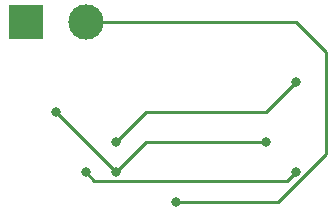
<source format=gbr>
%TF.GenerationSoftware,KiCad,Pcbnew,(6.0.10-0)*%
%TF.CreationDate,2023-02-17T15:33:43-08:00*%
%TF.ProjectId,Ex2,4578322e-6b69-4636-9164-5f7063625858,rev?*%
%TF.SameCoordinates,Original*%
%TF.FileFunction,Copper,L2,Bot*%
%TF.FilePolarity,Positive*%
%FSLAX46Y46*%
G04 Gerber Fmt 4.6, Leading zero omitted, Abs format (unit mm)*
G04 Created by KiCad (PCBNEW (6.0.10-0)) date 2023-02-17 15:33:43*
%MOMM*%
%LPD*%
G01*
G04 APERTURE LIST*
%TA.AperFunction,ComponentPad*%
%ADD10R,3.000000X3.000000*%
%TD*%
%TA.AperFunction,ComponentPad*%
%ADD11C,3.000000*%
%TD*%
%TA.AperFunction,ViaPad*%
%ADD12C,0.800000*%
%TD*%
%TA.AperFunction,Conductor*%
%ADD13C,0.250000*%
%TD*%
G04 APERTURE END LIST*
D10*
%TO.P,J1,1,Pin_1*%
%TO.N,+9V*%
X121920000Y-91440000D03*
D11*
%TO.P,J1,2,Pin_2*%
%TO.N,GND*%
X127000000Y-91440000D03*
%TD*%
D12*
%TO.N,/pin_2*%
X129540000Y-104140000D03*
X142240000Y-101600000D03*
X124460000Y-99060000D03*
%TO.N,GND*%
X134620000Y-106680000D03*
%TO.N,/pin_7*%
X127000000Y-104140000D03*
X144780000Y-104140000D03*
%TO.N,/pin_3*%
X144780000Y-96520000D03*
X129540000Y-101600000D03*
%TD*%
D13*
%TO.N,/pin_2*%
X129540000Y-104140000D02*
X124460000Y-99060000D01*
X142240000Y-101600000D02*
X132080000Y-101600000D01*
X132080000Y-101600000D02*
X129540000Y-104140000D01*
%TO.N,GND*%
X134620000Y-106680000D02*
X143265305Y-106680000D01*
X147320000Y-93980000D02*
X144780000Y-91440000D01*
X143265305Y-106680000D02*
X147320000Y-102625305D01*
X144780000Y-91440000D02*
X127000000Y-91440000D01*
X147320000Y-102625305D02*
X147320000Y-93980000D01*
%TO.N,/pin_7*%
X144055000Y-104865000D02*
X127725000Y-104865000D01*
X127725000Y-104865000D02*
X127000000Y-104140000D01*
X144780000Y-104140000D02*
X144055000Y-104865000D01*
%TO.N,/pin_3*%
X132080000Y-99060000D02*
X142240000Y-99060000D01*
X144780000Y-96520000D02*
X142240000Y-99060000D01*
X129540000Y-101600000D02*
X132080000Y-99060000D01*
%TD*%
M02*

</source>
